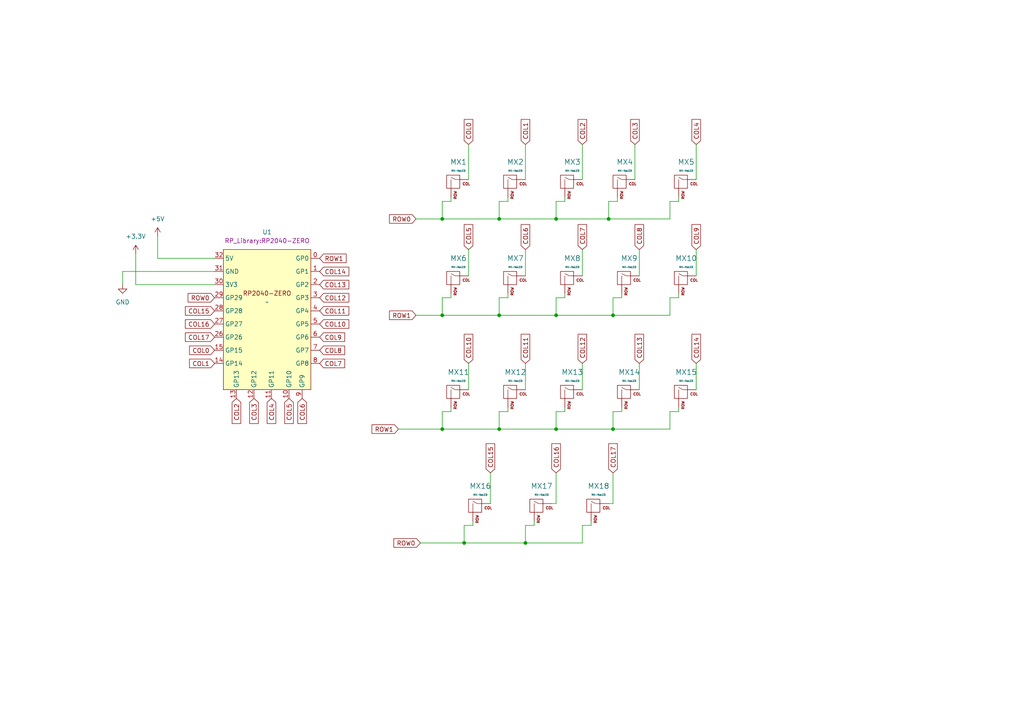
<source format=kicad_sch>
(kicad_sch (version 20230121) (generator eeschema)
  (paper "A4")
  (lib_symbols
    (symbol "MX_Alps_Hybrid:MX-NoLED" (pin_names (offset 1.016))
      (property "Reference" "MX" (at -0.635 3.81 0))
      (property "Value" "MX-NoLED" (at -0.635 1.27 0))
      (symbol "MX-NoLED_0_0"
        (rectangle (start -2.54 2.54) (end 1.27 -1.27))
        (polyline (pts (xy -1.27 -1.27) (xy -1.27 1.27)) (stroke (width 0.127)))
        (polyline (pts (xy 1.27 1.27) (xy 0 1.27) (xy -1.27 1.905)) (stroke (width 0.127)))
        (text "COL" (at 3.175 0 0) (effects (font (size 0.762 0.762))))
        (text "ROW" (at 0 -1.905 900) (effects (font (size 0.762 0.762)) (justify right)))
      )
      (symbol "MX-NoLED_1_1"
        (pin passive line (at 3.81 1.27 180) (length 2.54) (name "COL") (number "1"))
        (pin passive line (at -1.27 -3.81 90) (length 2.54) (name "ROW") (number "2"))
      )
    )
    (symbol "RP_Library:RP2040-ZERO"
      (property "Reference" "U?" (at 0 -6.35 0))
      (property "Footprint" "RP_Library:RP2040-ZERO" (at 0 -46.99 0))
      (symbol "RP2040-ZERO_1_1"
        (rectangle (start -12.7 8.89) (end 12.7 -31.75) (fill (type background)))
        (text "RP2040-ZERO" (at 0 -3.81 0) (effects (font (size 1.27 1.27))))
        (pin bidirectional line (at 15.24 6.35 180) (length 2.54) (name "GP0") (number "0"))
        (pin bidirectional line (at 15.24 2.54 180) (length 2.54) (name "GP1") (number "1"))
        (pin bidirectional line (at 6.35 -34.29 90) (length 2.54) (name "GP10") (number "10"))
        (pin bidirectional line (at 1.27 -34.29 90) (length 2.54) (name "GP11") (number "11"))
        (pin bidirectional line (at -3.81 -34.29 90) (length 2.54) (name "GP12") (number "12"))
        (pin bidirectional line (at -8.89 -34.29 90) (length 2.54) (name "GP13") (number "13"))
        (pin bidirectional line (at -15.24 -24.13 0) (length 2.54) (name "GP14") (number "14"))
        (pin bidirectional line (at -15.24 -20.32 0) (length 2.54) (name "GP15") (number "15"))
        (pin bidirectional line (at 15.24 -1.27 180) (length 2.54) (name "GP2") (number "2"))
        (pin bidirectional line (at -15.24 -16.51 0) (length 2.54) (name "GP26") (number "26"))
        (pin bidirectional line (at -15.24 -12.7 0) (length 2.54) (name "GP27") (number "27"))
        (pin bidirectional line (at -15.24 -8.89 0) (length 2.54) (name "GP28") (number "28"))
        (pin bidirectional line (at -15.24 -5.08 0) (length 2.54) (name "GP29") (number "29"))
        (pin bidirectional line (at 15.24 -5.08 180) (length 2.54) (name "GP3") (number "3"))
        (pin power_in line (at -15.24 -1.27 0) (length 2.54) (name "3V3") (number "30"))
        (pin power_in line (at -15.24 2.54 0) (length 2.54) (name "GND") (number "31"))
        (pin power_in line (at -15.24 6.35 0) (length 2.54) (name "5V") (number "32"))
        (pin bidirectional line (at 15.24 -8.89 180) (length 2.54) (name "GP4") (number "4"))
        (pin bidirectional line (at 15.24 -12.7 180) (length 2.54) (name "GP5") (number "5"))
        (pin bidirectional line (at 15.24 -16.51 180) (length 2.54) (name "GP6") (number "6"))
        (pin bidirectional line (at 15.24 -20.32 180) (length 2.54) (name "GP7") (number "7"))
        (pin bidirectional line (at 15.24 -24.13 180) (length 2.54) (name "GP8") (number "8"))
        (pin bidirectional line (at 10.16 -34.29 90) (length 2.54) (name "GP9") (number "9"))
      )
    )
    (symbol "power:+3.3V" (power) (pin_names (offset 0))
      (property "Value" "+3.3V" (at 0 3.556 0))
      (symbol "+3.3V_0_1"
        (polyline (pts (xy -0.762 1.27) (xy 0 2.54)))
        (polyline (pts (xy 0 0) (xy 0 2.54)))
        (polyline (pts (xy 0 2.54) (xy 0.762 1.27)))
      )
      (symbol "+3.3V_1_1"
        (pin power_in line (at 0 0 90) (length 0) hide (name "+3.3V") (number "1"))
      )
    )
    (symbol "power:+5V" (power) (pin_names (offset 0))
      (property "Value" "+5V" (at 0 3.556 0))
      (symbol "+5V_0_1"
        (polyline (pts (xy -0.762 1.27) (xy 0 2.54)))
        (polyline (pts (xy 0 0) (xy 0 2.54)))
        (polyline (pts (xy 0 2.54) (xy 0.762 1.27)))
      )
      (symbol "+5V_1_1"
        (pin power_in line (at 0 0 90) (length 0) hide (name "+5V") (number "1"))
      )
    )
    (symbol "power:GND" (power) (pin_names (offset 0))
      (property "Value" "GND" (at 0 -3.81 0))
      (symbol "GND_0_1"
        (polyline (pts (xy 0 0) (xy 0 -1.27) (xy 1.27 -1.27) (xy 0 -2.54) (xy -1.27 -1.27) (xy 0 -1.27)))
      )
      (symbol "GND_1_1"
        (pin power_in line (at 0 0 270) (length 0) hide (name "GND") (number "1"))
      )
    )
  )
  (junction (at 161.29 91.44))
  (junction (at 144.78 91.44))
  (junction (at 161.29 124.46))
  (junction (at 177.8 124.46))
  (junction (at 152.4 157.48))
  (junction (at 144.78 63.5))
  (junction (at 177.8 91.44))
  (junction (at 134.62 157.48))
  (junction (at 176.53 63.5))
  (junction (at 128.27 124.46))
  (junction (at 128.27 63.5))
  (junction (at 128.27 91.44))
  (junction (at 144.78 124.46))
  (junction (at 161.29 63.5))
  (wire (pts (xy 161.29 124.46) (xy 177.8 124.46)))
  (wire (pts (xy 180.34 118.11) (xy 180.34 119.38)))
  (wire (pts (xy 130.81 85.09) (xy 130.81 86.36)))
  (wire (pts (xy 171.45 151.13) (xy 171.45 152.4)))
  (wire (pts (xy 161.29 137.16) (xy 161.29 146.05)))
  (wire (pts (xy 128.27 124.46) (xy 144.78 124.46)))
  (wire (pts (xy 179.07 57.15) (xy 179.07 58.42)))
  (wire (pts (xy 194.31 58.42) (xy 196.85 58.42)))
  (wire (pts (xy 168.91 152.4) (xy 168.91 157.48)))
  (wire (pts (xy 128.27 119.38) (xy 130.81 119.38)))
  (wire (pts (xy 144.78 119.38) (xy 144.78 124.46)))
  (wire (pts (xy 134.62 152.4) (xy 134.62 157.48)))
  (wire (pts (xy 120.65 91.44) (xy 128.27 91.44)))
  (wire (pts (xy 185.42 105.41) (xy 185.42 113.03)))
  (wire (pts (xy 135.89 105.41) (xy 135.89 113.03)))
  (wire (pts (xy 144.78 86.36) (xy 144.78 91.44)))
  (wire (pts (xy 177.8 86.36) (xy 177.8 91.44)))
  (wire (pts (xy 177.8 86.36) (xy 180.34 86.36)))
  (wire (pts (xy 168.91 105.41) (xy 168.91 113.03)))
  (wire (pts (xy 201.93 72.39) (xy 201.93 80.01)))
  (wire (pts (xy 201.93 41.91) (xy 201.93 52.07)))
  (wire (pts (xy 196.85 57.15) (xy 196.85 58.42)))
  (wire (pts (xy 161.29 58.42) (xy 161.29 63.5)))
  (wire (pts (xy 152.4 105.41) (xy 152.4 113.03)))
  (wire (pts (xy 128.27 119.38) (xy 128.27 124.46)))
  (wire (pts (xy 144.78 63.5) (xy 161.29 63.5)))
  (wire (pts (xy 152.4 157.48) (xy 168.91 157.48)))
  (wire (pts (xy 161.29 86.36) (xy 161.29 91.44)))
  (wire (pts (xy 177.8 124.46) (xy 194.31 124.46)))
  (wire (pts (xy 163.83 118.11) (xy 163.83 119.38)))
  (wire (pts (xy 177.8 91.44) (xy 194.31 91.44)))
  (wire (pts (xy 144.78 86.36) (xy 147.32 86.36)))
  (wire (pts (xy 161.29 119.38) (xy 163.83 119.38)))
  (wire (pts (xy 144.78 58.42) (xy 144.78 63.5)))
  (wire (pts (xy 163.83 57.15) (xy 163.83 58.42)))
  (wire (pts (xy 196.85 118.11) (xy 196.85 119.38)))
  (wire (pts (xy 120.65 63.5) (xy 128.27 63.5)))
  (wire (pts (xy 128.27 86.36) (xy 130.81 86.36)))
  (wire (pts (xy 121.92 157.48) (xy 134.62 157.48)))
  (wire (pts (xy 177.8 146.05) (xy 176.53 146.05)))
  (wire (pts (xy 184.15 41.91) (xy 184.15 52.07)))
  (wire (pts (xy 161.29 58.42) (xy 163.83 58.42)))
  (wire (pts (xy 196.85 85.09) (xy 196.85 86.36)))
  (wire (pts (xy 62.23 78.74) (xy 35.56 78.74)))
  (wire (pts (xy 137.16 151.13) (xy 137.16 152.4)))
  (wire (pts (xy 147.32 85.09) (xy 147.32 86.36)))
  (wire (pts (xy 194.31 119.38) (xy 194.31 124.46)))
  (wire (pts (xy 144.78 91.44) (xy 161.29 91.44)))
  (wire (pts (xy 152.4 152.4) (xy 152.4 157.48)))
  (wire (pts (xy 147.32 118.11) (xy 147.32 119.38)))
  (wire (pts (xy 194.31 119.38) (xy 196.85 119.38)))
  (wire (pts (xy 45.72 68.58) (xy 45.72 74.93)))
  (wire (pts (xy 62.23 82.55) (xy 39.37 82.55)))
  (wire (pts (xy 134.62 157.48) (xy 152.4 157.48)))
  (wire (pts (xy 161.29 119.38) (xy 161.29 124.46)))
  (wire (pts (xy 180.34 85.09) (xy 180.34 86.36)))
  (wire (pts (xy 62.23 74.93) (xy 45.72 74.93)))
  (wire (pts (xy 130.81 118.11) (xy 130.81 119.38)))
  (wire (pts (xy 152.4 41.91) (xy 152.4 52.07)))
  (wire (pts (xy 154.94 151.13) (xy 154.94 152.4)))
  (wire (pts (xy 201.93 105.41) (xy 201.93 113.03)))
  (wire (pts (xy 128.27 91.44) (xy 144.78 91.44)))
  (wire (pts (xy 35.56 78.74) (xy 35.56 82.55)))
  (wire (pts (xy 39.37 73.66) (xy 39.37 82.55)))
  (wire (pts (xy 134.62 152.4) (xy 137.16 152.4)))
  (wire (pts (xy 161.29 63.5) (xy 176.53 63.5)))
  (wire (pts (xy 194.31 86.36) (xy 196.85 86.36)))
  (wire (pts (xy 144.78 124.46) (xy 161.29 124.46)))
  (wire (pts (xy 142.24 137.16) (xy 142.24 146.05)))
  (wire (pts (xy 161.29 91.44) (xy 177.8 91.44)))
  (wire (pts (xy 168.91 41.91) (xy 168.91 52.07)))
  (wire (pts (xy 194.31 86.36) (xy 194.31 91.44)))
  (wire (pts (xy 177.8 119.38) (xy 177.8 124.46)))
  (wire (pts (xy 177.8 137.16) (xy 177.8 146.05)))
  (wire (pts (xy 185.42 72.39) (xy 185.42 80.01)))
  (wire (pts (xy 135.89 72.39) (xy 135.89 80.01)))
  (wire (pts (xy 168.91 152.4) (xy 171.45 152.4)))
  (wire (pts (xy 152.4 72.39) (xy 152.4 80.01)))
  (wire (pts (xy 176.53 58.42) (xy 179.07 58.42)))
  (wire (pts (xy 144.78 119.38) (xy 147.32 119.38)))
  (wire (pts (xy 161.29 146.05) (xy 160.02 146.05)))
  (wire (pts (xy 163.83 85.09) (xy 163.83 86.36)))
  (wire (pts (xy 194.31 58.42) (xy 194.31 63.5)))
  (wire (pts (xy 128.27 86.36) (xy 128.27 91.44)))
  (wire (pts (xy 168.91 72.39) (xy 168.91 80.01)))
  (wire (pts (xy 147.32 57.15) (xy 147.32 58.42)))
  (wire (pts (xy 177.8 119.38) (xy 180.34 119.38)))
  (wire (pts (xy 135.89 41.91) (xy 135.89 52.07)))
  (wire (pts (xy 163.83 86.36) (xy 161.29 86.36)))
  (wire (pts (xy 152.4 152.4) (xy 154.94 152.4)))
  (wire (pts (xy 128.27 58.42) (xy 130.81 58.42)))
  (wire (pts (xy 130.81 57.15) (xy 130.81 58.42)))
  (wire (pts (xy 176.53 63.5) (xy 194.31 63.5)))
  (wire (pts (xy 128.27 58.42) (xy 128.27 63.5)))
  (wire (pts (xy 144.78 58.42) (xy 147.32 58.42)))
  (wire (pts (xy 176.53 58.42) (xy 176.53 63.5)))
  (wire (pts (xy 128.27 63.5) (xy 144.78 63.5)))
  (wire (pts (xy 115.57 124.46) (xy 128.27 124.46)))
  (global_label "COL1" (shape input) (at 62.23 105.41 180) (property "Intersheetrefs" "${INTERSHEET_REFS}" (effects hide)))
  (global_label "COL0" (shape input) (at 62.23 101.6 180) (property "Intersheetrefs" "${INTERSHEET_REFS}" (effects hide)))
  (global_label "COL3" (shape input) (at 73.66 115.57 270) (property "Intersheetrefs" "${INTERSHEET_REFS}" (effects hide)))
  (global_label "COL7" (shape input) (at 168.91 72.39 90) (property "Intersheetrefs" "${INTERSHEET_REFS}" (effects hide)))
  (global_label "COL12" (shape input) (at 168.91 105.41 90) (property "Intersheetrefs" "${INTERSHEET_REFS}" (effects hide)))
  (global_label "COL5" (shape input) (at 83.82 115.57 270) (property "Intersheetrefs" "${INTERSHEET_REFS}" (effects hide)))
  (global_label "COL12" (shape input) (at 92.71 86.36 0) (property "Intersheetrefs" "${INTERSHEET_REFS}" (effects hide)))
  (global_label "COL10" (shape input) (at 92.71 93.98 0) (property "Intersheetrefs" "${INTERSHEET_REFS}" (effects hide)))
  (global_label "COL9" (shape input) (at 92.71 97.79 0) (property "Intersheetrefs" "${INTERSHEET_REFS}" (effects hide)))
  (global_label "ROW1" (shape input) (at 115.57 124.46 180) (property "Intersheetrefs" "${INTERSHEET_REFS}" (effects hide)))
  (global_label "COL16" (shape input) (at 62.23 93.98 180) (property "Intersheetrefs" "${INTERSHEET_REFS}" (effects hide)))
  (global_label "ROW1" (shape input) (at 120.65 91.44 180) (property "Intersheetrefs" "${INTERSHEET_REFS}" (effects hide)))
  (global_label "COL16" (shape input) (at 161.29 137.16 90) (property "Intersheetrefs" "${INTERSHEET_REFS}" (effects hide)))
  (global_label "COL11" (shape input) (at 92.71 90.17 0) (property "Intersheetrefs" "${INTERSHEET_REFS}" (effects hide)))
  (global_label "ROW0" (shape input) (at 120.65 63.5 180) (property "Intersheetrefs" "${INTERSHEET_REFS}" (effects hide)))
  (global_label "COL4" (shape input) (at 201.93 41.91 90) (property "Intersheetrefs" "${INTERSHEET_REFS}" (effects hide)))
  (global_label "COL17" (shape input) (at 177.8 137.16 90) (property "Intersheetrefs" "${INTERSHEET_REFS}" (effects hide)))
  (global_label "COL2" (shape input) (at 68.58 115.57 270) (property "Intersheetrefs" "${INTERSHEET_REFS}" (effects hide)))
  (global_label "ROW0" (shape input) (at 62.23 86.36 180) (property "Intersheetrefs" "${INTERSHEET_REFS}" (effects hide)))
  (global_label "COL0" (shape input) (at 135.89 41.91 90) (property "Intersheetrefs" "${INTERSHEET_REFS}" (effects hide)))
  (global_label "COL4" (shape input) (at 78.74 115.57 270) (property "Intersheetrefs" "${INTERSHEET_REFS}" (effects hide)))
  (global_label "COL7" (shape input) (at 92.71 105.41 0) (property "Intersheetrefs" "${INTERSHEET_REFS}" (effects hide)))
  (global_label "COL17" (shape input) (at 62.23 97.79 180) (property "Intersheetrefs" "${INTERSHEET_REFS}" (effects hide)))
  (global_label "COL9" (shape input) (at 201.93 72.39 90) (property "Intersheetrefs" "${INTERSHEET_REFS}" (effects hide)))
  (global_label "COL14" (shape input) (at 201.93 105.41 90) (property "Intersheetrefs" "${INTERSHEET_REFS}" (effects hide)))
  (global_label "COL1" (shape input) (at 152.4 41.91 90) (property "Intersheetrefs" "${INTERSHEET_REFS}" (effects hide)))
  (global_label "COL6" (shape input) (at 87.63 115.57 270) (property "Intersheetrefs" "${INTERSHEET_REFS}" (effects hide)))
  (global_label "COL6" (shape input) (at 152.4 72.39 90) (property "Intersheetrefs" "${INTERSHEET_REFS}" (effects hide)))
  (global_label "ROW1" (shape input) (at 92.71 74.93 0) (property "Intersheetrefs" "${INTERSHEET_REFS}" (effects hide)))
  (global_label "COL2" (shape input) (at 168.91 41.91 90) (property "Intersheetrefs" "${INTERSHEET_REFS}" (effects hide)))
  (global_label "COL5" (shape input) (at 135.89 72.39 90) (property "Intersheetrefs" "${INTERSHEET_REFS}" (effects hide)))
  (global_label "COL14" (shape input) (at 92.71 78.74 0) (property "Intersheetrefs" "${INTERSHEET_REFS}" (effects hide)))
  (global_label "COL15" (shape input) (at 62.23 90.17 180) (property "Intersheetrefs" "${INTERSHEET_REFS}" (effects hide)))
  (global_label "COL13" (shape input) (at 92.71 82.55 0) (property "Intersheetrefs" "${INTERSHEET_REFS}" (effects hide)))
  (global_label "COL15" (shape input) (at 142.24 137.16 90) (property "Intersheetrefs" "${INTERSHEET_REFS}" (effects hide)))
  (global_label "ROW0" (shape input) (at 121.92 157.48 180) (property "Intersheetrefs" "${INTERSHEET_REFS}" (effects hide)))
  (global_label "COL8" (shape input) (at 185.42 72.39 90) (property "Intersheetrefs" "${INTERSHEET_REFS}" (effects hide)))
  (global_label "COL3" (shape input) (at 184.15 41.91 90) (property "Intersheetrefs" "${INTERSHEET_REFS}" (effects hide)))
  (global_label "COL8" (shape input) (at 92.71 101.6 0) (property "Intersheetrefs" "${INTERSHEET_REFS}" (effects hide)))
  (global_label "COL11" (shape input) (at 152.4 105.41 90) (property "Intersheetrefs" "${INTERSHEET_REFS}" (effects hide)))
  (global_label "COL13" (shape input) (at 185.42 105.41 90) (property "Intersheetrefs" "${INTERSHEET_REFS}" (effects hide)))
  (global_label "COL10" (shape input) (at 135.89 105.41 90) (property "Intersheetrefs" "${INTERSHEET_REFS}" (effects hide)))
  (symbol (lib_id "power:+5V") (at 45.72 68.58 0) (unit 1)
    (property "Reference" "#PWR02" (effects hide))
    (property "Value" "+5V" (at 45.72 63.5 0))
  )
  (symbol (lib_id "MX_Alps_Hybrid:MX-NoLED") (at 132.08 81.28 0) (unit 1)
    (property "Reference" "MX6" (at 132.9752 74.93 0) (effects (font (size 1.524 1.524))))
    (property "Value" "MX-NoLED" (at 132.9752 77.47 0) (effects (font (size 0.508 0.508))))
    (property "Footprint" "AngelBox_Switch_Library:Kailh_Choc-CircleDesign" (effects hide))
  )
  (symbol (lib_id "MX_Alps_Hybrid:MX-NoLED") (at 138.43 147.32 0) (unit 1)
    (property "Reference" "MX16" (at 139.3252 140.97 0) (effects (font (size 1.524 1.524))))
    (property "Value" "MX-NoLED" (at 139.3252 143.51 0) (effects (font (size 0.508 0.508))))
    (property "Footprint" "Kailh_Choc:KailhChoc-1U" (effects hide))
  )
  (symbol (lib_id "MX_Alps_Hybrid:MX-NoLED") (at 198.12 114.3 0) (unit 1)
    (property "Reference" "MX15" (at 199.0152 107.95 0) (effects (font (size 1.524 1.524))))
    (property "Value" "MX-NoLED" (at 199.0152 110.49 0) (effects (font (size 0.508 0.508))))
    (property "Footprint" "AngelBox_Switch_Library:Kailh_Choc-CircleDesign" (effects hide))
  )
  (symbol (lib_id "MX_Alps_Hybrid:MX-NoLED") (at 148.59 114.3 0) (unit 1)
    (property "Reference" "MX12" (at 149.4852 107.95 0) (effects (font (size 1.524 1.524))))
    (property "Value" "MX-NoLED" (at 149.4852 110.49 0) (effects (font (size 0.508 0.508))))
    (property "Footprint" "AngelBox_Switch_Library:Kailh_Choc-CircleDesign" (effects hide))
  )
  (symbol (lib_id "MX_Alps_Hybrid:MX-NoLED") (at 181.61 114.3 0) (unit 1)
    (property "Reference" "MX14" (at 182.5052 107.95 0) (effects (font (size 1.524 1.524))))
    (property "Value" "MX-NoLED" (at 182.5052 110.49 0) (effects (font (size 0.508 0.508))))
    (property "Footprint" "AngelBox_Switch_Library:Kailh_Choc-CircleDesign" (effects hide))
  )
  (symbol (lib_id "MX_Alps_Hybrid:MX-NoLED") (at 132.08 114.3 0) (unit 1)
    (property "Reference" "MX11" (at 132.9752 107.95 0) (effects (font (size 1.524 1.524))))
    (property "Value" "MX-NoLED" (at 132.9752 110.49 0) (effects (font (size 0.508 0.508))))
    (property "Footprint" "AngelBox_Switch_Library:Kailh_Choc-CircleDesign" (effects hide))
  )
  (symbol (lib_id "MX_Alps_Hybrid:MX-NoLED") (at 165.1 53.34 0) (unit 1)
    (property "Reference" "MX3" (at 165.9952 46.99 0) (effects (font (size 1.524 1.524))))
    (property "Value" "MX-NoLED" (at 165.9952 49.53 0) (effects (font (size 0.508 0.508))))
    (property "Footprint" "AngelBox_Switch_Library:Kailh_Choc-CircleDesign" (effects hide))
  )
  (symbol (lib_id "MX_Alps_Hybrid:MX-NoLED") (at 148.59 53.34 0) (unit 1)
    (property "Reference" "MX2" (at 149.4852 46.99 0) (effects (font (size 1.524 1.524))))
    (property "Value" "MX-NoLED" (at 149.4852 49.53 0) (effects (font (size 0.508 0.508))))
    (property "Footprint" "AngelBox_Switch_Library:Kailh_Choc-CircleDesign" (effects hide))
  )
  (symbol (lib_id "MX_Alps_Hybrid:MX-NoLED") (at 165.1 114.3 0) (unit 1)
    (property "Reference" "MX13" (at 165.9952 107.95 0) (effects (font (size 1.524 1.524))))
    (property "Value" "MX-NoLED" (at 165.9952 110.49 0) (effects (font (size 0.508 0.508))))
    (property "Footprint" "AngelBox_Switch_Library:Kailh_Choc-CircleDesign" (effects hide))
  )
  (symbol (lib_id "RP_Library:RP2040-ZERO") (at 77.47 81.28 0) (unit 1)
    (property "Reference" "U1" (at 77.47 67.31 0))
    (property "Value" "~" (at 77.47 87.63 0))
    (property "Footprint" "RP_Library:RP2040-ZERO" (at 77.47 69.85 0))
  )
  (symbol (lib_id "MX_Alps_Hybrid:MX-NoLED") (at 156.21 147.32 0) (unit 1)
    (property "Reference" "MX17" (at 157.1052 140.97 0) (effects (font (size 1.524 1.524))))
    (property "Value" "MX-NoLED" (at 157.1052 143.51 0) (effects (font (size 0.508 0.508))))
    (property "Footprint" "Kailh_Choc:KailhChoc-1U" (effects hide))
  )
  (symbol (lib_id "MX_Alps_Hybrid:MX-NoLED") (at 148.59 81.28 0) (unit 1)
    (property "Reference" "MX7" (at 149.4852 74.93 0) (effects (font (size 1.524 1.524))))
    (property "Value" "MX-NoLED" (at 149.4852 77.47 0) (effects (font (size 0.508 0.508))))
    (property "Footprint" "AngelBox_Switch_Library:Kailh_Choc-CircleDesign" (effects hide))
  )
  (symbol (lib_id "MX_Alps_Hybrid:MX-NoLED") (at 181.61 81.28 0) (unit 1)
    (property "Reference" "MX9" (at 182.5052 74.93 0) (effects (font (size 1.524 1.524))))
    (property "Value" "MX-NoLED" (at 182.5052 77.47 0) (effects (font (size 0.508 0.508))))
    (property "Footprint" "AngelBox_Switch_Library:Kailh_Choc-CircleDesign" (effects hide))
  )
  (symbol (lib_id "MX_Alps_Hybrid:MX-NoLED") (at 172.72 147.32 0) (unit 1)
    (property "Reference" "MX18" (at 173.6152 140.97 0) (effects (font (size 1.524 1.524))))
    (property "Value" "MX-NoLED" (at 173.6152 143.51 0) (effects (font (size 0.508 0.508))))
    (property "Footprint" "Kailh_Choc:KailhChoc-1U" (effects hide))
  )
  (symbol (lib_id "MX_Alps_Hybrid:MX-NoLED") (at 180.34 53.34 0) (unit 1)
    (property "Reference" "MX4" (at 181.2352 46.99 0) (effects (font (size 1.524 1.524))))
    (property "Value" "MX-NoLED" (at 181.2352 49.53 0) (effects (font (size 0.508 0.508))))
    (property "Footprint" "AngelBox_Switch_Library:Kailh_Choc-CircleDesign" (effects hide))
  )
  (symbol (lib_id "MX_Alps_Hybrid:MX-NoLED") (at 198.12 81.28 0) (unit 1)
    (property "Reference" "MX10" (at 199.0152 74.93 0) (effects (font (size 1.524 1.524))))
    (property "Value" "MX-NoLED" (at 199.0152 77.47 0) (effects (font (size 0.508 0.508))))
    (property "Footprint" "AngelBox_Switch_Library:Kailh_Choc-CircleDesign" (effects hide))
  )
  (symbol (lib_id "power:GND") (at 35.56 82.55 0) (unit 1)
    (property "Reference" "#PWR01" (effects hide))
    (property "Value" "GND" (at 35.56 87.63 0))
  )
  (symbol (lib_id "MX_Alps_Hybrid:MX-NoLED") (at 198.12 53.34 0) (unit 1)
    (property "Reference" "MX5" (at 199.0152 46.99 0) (effects (font (size 1.524 1.524))))
    (property "Value" "MX-NoLED" (at 199.0152 49.53 0) (effects (font (size 0.508 0.508))))
    (property "Footprint" "AngelBox_Switch_Library:Kailh_Choc-CircleDesign" (effects hide))
  )
  (symbol (lib_id "power:+3.3V") (at 39.37 73.66 0) (unit 1)
    (property "Reference" "#PWR03" (effects hide))
    (property "Value" "+3.3V" (at 39.37 68.58 0))
  )
  (symbol (lib_id "MX_Alps_Hybrid:MX-NoLED") (at 132.08 53.34 0) (unit 1)
    (property "Reference" "MX1" (at 132.9752 46.99 0) (effects (font (size 1.524 1.524))))
    (property "Value" "MX-NoLED" (at 132.9752 49.53 0) (effects (font (size 0.508 0.508))))
    (property "Footprint" "AngelBox_Switch_Library:Kailh_Choc-CircleDesign" (effects hide))
  )
  (symbol (lib_id "MX_Alps_Hybrid:MX-NoLED") (at 165.1 81.28 0) (unit 1)
    (property "Reference" "MX8" (at 165.9952 74.93 0) (effects (font (size 1.524 1.524))))
    (property "Value" "MX-NoLED" (at 165.9952 77.47 0) (effects (font (size 0.508 0.508))))
    (property "Footprint" "AngelBox_Switch_Library:Kailh_Choc-CircleDesign" (effects hide))
  )
)
</source>
